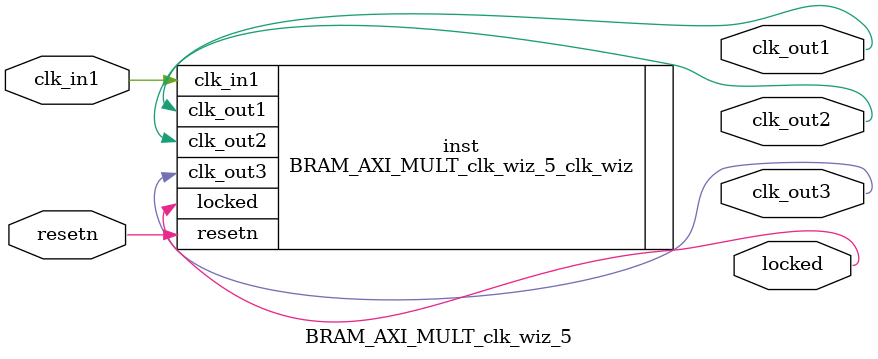
<source format=v>


`timescale 1ps/1ps

(* CORE_GENERATION_INFO = "BRAM_AXI_MULT_clk_wiz_5,clk_wiz_v6_0_3_0_0,{component_name=BRAM_AXI_MULT_clk_wiz_5,use_phase_alignment=true,use_min_o_jitter=false,use_max_i_jitter=false,use_dyn_phase_shift=false,use_inclk_switchover=false,use_dyn_reconfig=false,enable_axi=0,feedback_source=FDBK_AUTO,PRIMITIVE=MMCM,num_out_clk=3,clkin1_period=10.000,clkin2_period=10.000,use_power_down=false,use_reset=true,use_locked=true,use_inclk_stopped=false,feedback_type=SINGLE,CLOCK_MGR_TYPE=NA,manual_override=false}" *)

module BRAM_AXI_MULT_clk_wiz_5 
 (
  // Clock out ports
  output        clk_out1,
  output        clk_out2,
  output        clk_out3,
  // Status and control signals
  input         resetn,
  output        locked,
 // Clock in ports
  input         clk_in1
 );

  BRAM_AXI_MULT_clk_wiz_5_clk_wiz inst
  (
  // Clock out ports  
  .clk_out1(clk_out1),
  .clk_out2(clk_out2),
  .clk_out3(clk_out3),
  // Status and control signals               
  .resetn(resetn), 
  .locked(locked),
 // Clock in ports
  .clk_in1(clk_in1)
  );

endmodule

</source>
